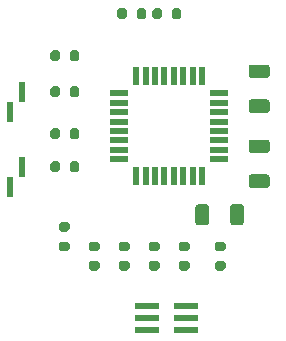
<source format=gbr>
%TF.GenerationSoftware,KiCad,Pcbnew,(5.1.7-0-10_14)*%
%TF.CreationDate,2020-11-25T20:53:36+11:00*%
%TF.ProjectId,CREMAv2,4352454d-4176-4322-9e6b-696361645f70,rev?*%
%TF.SameCoordinates,Original*%
%TF.FileFunction,Soldermask,Top*%
%TF.FilePolarity,Negative*%
%FSLAX46Y46*%
G04 Gerber Fmt 4.6, Leading zero omitted, Abs format (unit mm)*
G04 Created by KiCad (PCBNEW (5.1.7-0-10_14)) date 2020-11-25 20:53:36*
%MOMM*%
%LPD*%
G01*
G04 APERTURE LIST*
%ADD10R,0.600000X1.750000*%
%ADD11R,2.000000X0.500000*%
%ADD12R,0.550000X1.600000*%
%ADD13R,1.600000X0.550000*%
G04 APERTURE END LIST*
%TO.C,R12*%
G36*
G01*
X127995000Y-92055000D02*
X128545000Y-92055000D01*
G75*
G02*
X128745000Y-92255000I0J-200000D01*
G01*
X128745000Y-92655000D01*
G75*
G02*
X128545000Y-92855000I-200000J0D01*
G01*
X127995000Y-92855000D01*
G75*
G02*
X127795000Y-92655000I0J200000D01*
G01*
X127795000Y-92255000D01*
G75*
G02*
X127995000Y-92055000I200000J0D01*
G01*
G37*
G36*
G01*
X127995000Y-90405000D02*
X128545000Y-90405000D01*
G75*
G02*
X128745000Y-90605000I0J-200000D01*
G01*
X128745000Y-91005000D01*
G75*
G02*
X128545000Y-91205000I-200000J0D01*
G01*
X127995000Y-91205000D01*
G75*
G02*
X127795000Y-91005000I0J200000D01*
G01*
X127795000Y-90605000D01*
G75*
G02*
X127995000Y-90405000I200000J0D01*
G01*
G37*
%TD*%
%TO.C,R11*%
G36*
G01*
X126385000Y-70845000D02*
X126385000Y-71395000D01*
G75*
G02*
X126185000Y-71595000I-200000J0D01*
G01*
X125785000Y-71595000D01*
G75*
G02*
X125585000Y-71395000I0J200000D01*
G01*
X125585000Y-70845000D01*
G75*
G02*
X125785000Y-70645000I200000J0D01*
G01*
X126185000Y-70645000D01*
G75*
G02*
X126385000Y-70845000I0J-200000D01*
G01*
G37*
G36*
G01*
X128035000Y-70845000D02*
X128035000Y-71395000D01*
G75*
G02*
X127835000Y-71595000I-200000J0D01*
G01*
X127435000Y-71595000D01*
G75*
G02*
X127235000Y-71395000I0J200000D01*
G01*
X127235000Y-70845000D01*
G75*
G02*
X127435000Y-70645000I200000J0D01*
G01*
X127835000Y-70645000D01*
G75*
G02*
X128035000Y-70845000I0J-200000D01*
G01*
G37*
%TD*%
%TO.C,R10*%
G36*
G01*
X125455000Y-92055000D02*
X126005000Y-92055000D01*
G75*
G02*
X126205000Y-92255000I0J-200000D01*
G01*
X126205000Y-92655000D01*
G75*
G02*
X126005000Y-92855000I-200000J0D01*
G01*
X125455000Y-92855000D01*
G75*
G02*
X125255000Y-92655000I0J200000D01*
G01*
X125255000Y-92255000D01*
G75*
G02*
X125455000Y-92055000I200000J0D01*
G01*
G37*
G36*
G01*
X125455000Y-90405000D02*
X126005000Y-90405000D01*
G75*
G02*
X126205000Y-90605000I0J-200000D01*
G01*
X126205000Y-91005000D01*
G75*
G02*
X126005000Y-91205000I-200000J0D01*
G01*
X125455000Y-91205000D01*
G75*
G02*
X125255000Y-91005000I0J200000D01*
G01*
X125255000Y-90605000D01*
G75*
G02*
X125455000Y-90405000I200000J0D01*
G01*
G37*
%TD*%
%TO.C,R9*%
G36*
G01*
X122915000Y-92055000D02*
X123465000Y-92055000D01*
G75*
G02*
X123665000Y-92255000I0J-200000D01*
G01*
X123665000Y-92655000D01*
G75*
G02*
X123465000Y-92855000I-200000J0D01*
G01*
X122915000Y-92855000D01*
G75*
G02*
X122715000Y-92655000I0J200000D01*
G01*
X122715000Y-92255000D01*
G75*
G02*
X122915000Y-92055000I200000J0D01*
G01*
G37*
G36*
G01*
X122915000Y-90405000D02*
X123465000Y-90405000D01*
G75*
G02*
X123665000Y-90605000I0J-200000D01*
G01*
X123665000Y-91005000D01*
G75*
G02*
X123465000Y-91205000I-200000J0D01*
G01*
X122915000Y-91205000D01*
G75*
G02*
X122715000Y-91005000I0J200000D01*
G01*
X122715000Y-90605000D01*
G75*
G02*
X122915000Y-90405000I200000J0D01*
G01*
G37*
%TD*%
%TO.C,R8*%
G36*
G01*
X120375000Y-92055000D02*
X120925000Y-92055000D01*
G75*
G02*
X121125000Y-92255000I0J-200000D01*
G01*
X121125000Y-92655000D01*
G75*
G02*
X120925000Y-92855000I-200000J0D01*
G01*
X120375000Y-92855000D01*
G75*
G02*
X120175000Y-92655000I0J200000D01*
G01*
X120175000Y-92255000D01*
G75*
G02*
X120375000Y-92055000I200000J0D01*
G01*
G37*
G36*
G01*
X120375000Y-90405000D02*
X120925000Y-90405000D01*
G75*
G02*
X121125000Y-90605000I0J-200000D01*
G01*
X121125000Y-91005000D01*
G75*
G02*
X120925000Y-91205000I-200000J0D01*
G01*
X120375000Y-91205000D01*
G75*
G02*
X120175000Y-91005000I0J200000D01*
G01*
X120175000Y-90605000D01*
G75*
G02*
X120375000Y-90405000I200000J0D01*
G01*
G37*
%TD*%
%TO.C,R7*%
G36*
G01*
X123400000Y-70845000D02*
X123400000Y-71395000D01*
G75*
G02*
X123200000Y-71595000I-200000J0D01*
G01*
X122800000Y-71595000D01*
G75*
G02*
X122600000Y-71395000I0J200000D01*
G01*
X122600000Y-70845000D01*
G75*
G02*
X122800000Y-70645000I200000J0D01*
G01*
X123200000Y-70645000D01*
G75*
G02*
X123400000Y-70845000I0J-200000D01*
G01*
G37*
G36*
G01*
X125050000Y-70845000D02*
X125050000Y-71395000D01*
G75*
G02*
X124850000Y-71595000I-200000J0D01*
G01*
X124450000Y-71595000D01*
G75*
G02*
X124250000Y-71395000I0J200000D01*
G01*
X124250000Y-70845000D01*
G75*
G02*
X124450000Y-70645000I200000J0D01*
G01*
X124850000Y-70645000D01*
G75*
G02*
X125050000Y-70845000I0J-200000D01*
G01*
G37*
%TD*%
%TO.C,R6*%
G36*
G01*
X131043000Y-92056000D02*
X131593000Y-92056000D01*
G75*
G02*
X131793000Y-92256000I0J-200000D01*
G01*
X131793000Y-92656000D01*
G75*
G02*
X131593000Y-92856000I-200000J0D01*
G01*
X131043000Y-92856000D01*
G75*
G02*
X130843000Y-92656000I0J200000D01*
G01*
X130843000Y-92256000D01*
G75*
G02*
X131043000Y-92056000I200000J0D01*
G01*
G37*
G36*
G01*
X131043000Y-90406000D02*
X131593000Y-90406000D01*
G75*
G02*
X131793000Y-90606000I0J-200000D01*
G01*
X131793000Y-91006000D01*
G75*
G02*
X131593000Y-91206000I-200000J0D01*
G01*
X131043000Y-91206000D01*
G75*
G02*
X130843000Y-91006000I0J200000D01*
G01*
X130843000Y-90606000D01*
G75*
G02*
X131043000Y-90406000I200000J0D01*
G01*
G37*
%TD*%
%TO.C,R5*%
G36*
G01*
X118385000Y-89555000D02*
X117835000Y-89555000D01*
G75*
G02*
X117635000Y-89355000I0J200000D01*
G01*
X117635000Y-88955000D01*
G75*
G02*
X117835000Y-88755000I200000J0D01*
G01*
X118385000Y-88755000D01*
G75*
G02*
X118585000Y-88955000I0J-200000D01*
G01*
X118585000Y-89355000D01*
G75*
G02*
X118385000Y-89555000I-200000J0D01*
G01*
G37*
G36*
G01*
X118385000Y-91205000D02*
X117835000Y-91205000D01*
G75*
G02*
X117635000Y-91005000I0J200000D01*
G01*
X117635000Y-90605000D01*
G75*
G02*
X117835000Y-90405000I200000J0D01*
G01*
X118385000Y-90405000D01*
G75*
G02*
X118585000Y-90605000I0J-200000D01*
G01*
X118585000Y-91005000D01*
G75*
G02*
X118385000Y-91205000I-200000J0D01*
G01*
G37*
%TD*%
%TO.C,R4*%
G36*
G01*
X117748000Y-83799000D02*
X117748000Y-84349000D01*
G75*
G02*
X117548000Y-84549000I-200000J0D01*
G01*
X117148000Y-84549000D01*
G75*
G02*
X116948000Y-84349000I0J200000D01*
G01*
X116948000Y-83799000D01*
G75*
G02*
X117148000Y-83599000I200000J0D01*
G01*
X117548000Y-83599000D01*
G75*
G02*
X117748000Y-83799000I0J-200000D01*
G01*
G37*
G36*
G01*
X119398000Y-83799000D02*
X119398000Y-84349000D01*
G75*
G02*
X119198000Y-84549000I-200000J0D01*
G01*
X118798000Y-84549000D01*
G75*
G02*
X118598000Y-84349000I0J200000D01*
G01*
X118598000Y-83799000D01*
G75*
G02*
X118798000Y-83599000I200000J0D01*
G01*
X119198000Y-83599000D01*
G75*
G02*
X119398000Y-83799000I0J-200000D01*
G01*
G37*
%TD*%
%TO.C,R3*%
G36*
G01*
X117748000Y-77449000D02*
X117748000Y-77999000D01*
G75*
G02*
X117548000Y-78199000I-200000J0D01*
G01*
X117148000Y-78199000D01*
G75*
G02*
X116948000Y-77999000I0J200000D01*
G01*
X116948000Y-77449000D01*
G75*
G02*
X117148000Y-77249000I200000J0D01*
G01*
X117548000Y-77249000D01*
G75*
G02*
X117748000Y-77449000I0J-200000D01*
G01*
G37*
G36*
G01*
X119398000Y-77449000D02*
X119398000Y-77999000D01*
G75*
G02*
X119198000Y-78199000I-200000J0D01*
G01*
X118798000Y-78199000D01*
G75*
G02*
X118598000Y-77999000I0J200000D01*
G01*
X118598000Y-77449000D01*
G75*
G02*
X118798000Y-77249000I200000J0D01*
G01*
X119198000Y-77249000D01*
G75*
G02*
X119398000Y-77449000I0J-200000D01*
G01*
G37*
%TD*%
%TO.C,R2*%
G36*
G01*
X117748000Y-74401000D02*
X117748000Y-74951000D01*
G75*
G02*
X117548000Y-75151000I-200000J0D01*
G01*
X117148000Y-75151000D01*
G75*
G02*
X116948000Y-74951000I0J200000D01*
G01*
X116948000Y-74401000D01*
G75*
G02*
X117148000Y-74201000I200000J0D01*
G01*
X117548000Y-74201000D01*
G75*
G02*
X117748000Y-74401000I0J-200000D01*
G01*
G37*
G36*
G01*
X119398000Y-74401000D02*
X119398000Y-74951000D01*
G75*
G02*
X119198000Y-75151000I-200000J0D01*
G01*
X118798000Y-75151000D01*
G75*
G02*
X118598000Y-74951000I0J200000D01*
G01*
X118598000Y-74401000D01*
G75*
G02*
X118798000Y-74201000I200000J0D01*
G01*
X119198000Y-74201000D01*
G75*
G02*
X119398000Y-74401000I0J-200000D01*
G01*
G37*
%TD*%
%TO.C,R1*%
G36*
G01*
X117748000Y-81005000D02*
X117748000Y-81555000D01*
G75*
G02*
X117548000Y-81755000I-200000J0D01*
G01*
X117148000Y-81755000D01*
G75*
G02*
X116948000Y-81555000I0J200000D01*
G01*
X116948000Y-81005000D01*
G75*
G02*
X117148000Y-80805000I200000J0D01*
G01*
X117548000Y-80805000D01*
G75*
G02*
X117748000Y-81005000I0J-200000D01*
G01*
G37*
G36*
G01*
X119398000Y-81005000D02*
X119398000Y-81555000D01*
G75*
G02*
X119198000Y-81755000I-200000J0D01*
G01*
X118798000Y-81755000D01*
G75*
G02*
X118598000Y-81555000I0J200000D01*
G01*
X118598000Y-81005000D01*
G75*
G02*
X118798000Y-80805000I200000J0D01*
G01*
X119198000Y-80805000D01*
G75*
G02*
X119398000Y-81005000I0J-200000D01*
G01*
G37*
%TD*%
D10*
%TO.C,J3*%
X114554000Y-77724000D03*
X113554000Y-79474000D03*
%TD*%
%TO.C,J2*%
X114554000Y-84074000D03*
X113554000Y-85824000D03*
%TD*%
D11*
%TO.C,J1*%
X128395000Y-97885000D03*
X125095000Y-97885000D03*
X128395000Y-96885000D03*
X125095000Y-96885000D03*
X128395000Y-95885000D03*
X125095000Y-95885000D03*
%TD*%
D12*
%TO.C,IC1*%
X124200000Y-76395000D03*
X125000000Y-76395000D03*
X125800000Y-76395000D03*
X126600000Y-76395000D03*
X127400000Y-76395000D03*
X128200000Y-76395000D03*
X129000000Y-76395000D03*
X129800000Y-76395000D03*
D13*
X131250000Y-77845000D03*
X131250000Y-78645000D03*
X131250000Y-79445000D03*
X131250000Y-80245000D03*
X131250000Y-81045000D03*
X131250000Y-81845000D03*
X131250000Y-82645000D03*
X131250000Y-83445000D03*
D12*
X129800000Y-84895000D03*
X129000000Y-84895000D03*
X128200000Y-84895000D03*
X127400000Y-84895000D03*
X126600000Y-84895000D03*
X125800000Y-84895000D03*
X125000000Y-84895000D03*
X124200000Y-84895000D03*
D13*
X122750000Y-83445000D03*
X122750000Y-82645000D03*
X122750000Y-81845000D03*
X122750000Y-81045000D03*
X122750000Y-80245000D03*
X122750000Y-79445000D03*
X122750000Y-78645000D03*
X122750000Y-77845000D03*
%TD*%
%TO.C,C3*%
G36*
G01*
X133969999Y-78370000D02*
X135270001Y-78370000D01*
G75*
G02*
X135520000Y-78619999I0J-249999D01*
G01*
X135520000Y-79270001D01*
G75*
G02*
X135270001Y-79520000I-249999J0D01*
G01*
X133969999Y-79520000D01*
G75*
G02*
X133720000Y-79270001I0J249999D01*
G01*
X133720000Y-78619999D01*
G75*
G02*
X133969999Y-78370000I249999J0D01*
G01*
G37*
G36*
G01*
X133969999Y-75420000D02*
X135270001Y-75420000D01*
G75*
G02*
X135520000Y-75669999I0J-249999D01*
G01*
X135520000Y-76320001D01*
G75*
G02*
X135270001Y-76570000I-249999J0D01*
G01*
X133969999Y-76570000D01*
G75*
G02*
X133720000Y-76320001I0J249999D01*
G01*
X133720000Y-75669999D01*
G75*
G02*
X133969999Y-75420000I249999J0D01*
G01*
G37*
%TD*%
%TO.C,C2*%
G36*
G01*
X133969999Y-84720000D02*
X135270001Y-84720000D01*
G75*
G02*
X135520000Y-84969999I0J-249999D01*
G01*
X135520000Y-85620001D01*
G75*
G02*
X135270001Y-85870000I-249999J0D01*
G01*
X133969999Y-85870000D01*
G75*
G02*
X133720000Y-85620001I0J249999D01*
G01*
X133720000Y-84969999D01*
G75*
G02*
X133969999Y-84720000I249999J0D01*
G01*
G37*
G36*
G01*
X133969999Y-81770000D02*
X135270001Y-81770000D01*
G75*
G02*
X135520000Y-82019999I0J-249999D01*
G01*
X135520000Y-82670001D01*
G75*
G02*
X135270001Y-82920000I-249999J0D01*
G01*
X133969999Y-82920000D01*
G75*
G02*
X133720000Y-82670001I0J249999D01*
G01*
X133720000Y-82019999D01*
G75*
G02*
X133969999Y-81770000I249999J0D01*
G01*
G37*
%TD*%
%TO.C,C1*%
G36*
G01*
X130369000Y-87487999D02*
X130369000Y-88788001D01*
G75*
G02*
X130119001Y-89038000I-249999J0D01*
G01*
X129468999Y-89038000D01*
G75*
G02*
X129219000Y-88788001I0J249999D01*
G01*
X129219000Y-87487999D01*
G75*
G02*
X129468999Y-87238000I249999J0D01*
G01*
X130119001Y-87238000D01*
G75*
G02*
X130369000Y-87487999I0J-249999D01*
G01*
G37*
G36*
G01*
X133319000Y-87487999D02*
X133319000Y-88788001D01*
G75*
G02*
X133069001Y-89038000I-249999J0D01*
G01*
X132418999Y-89038000D01*
G75*
G02*
X132169000Y-88788001I0J249999D01*
G01*
X132169000Y-87487999D01*
G75*
G02*
X132418999Y-87238000I249999J0D01*
G01*
X133069001Y-87238000D01*
G75*
G02*
X133319000Y-87487999I0J-249999D01*
G01*
G37*
%TD*%
M02*

</source>
